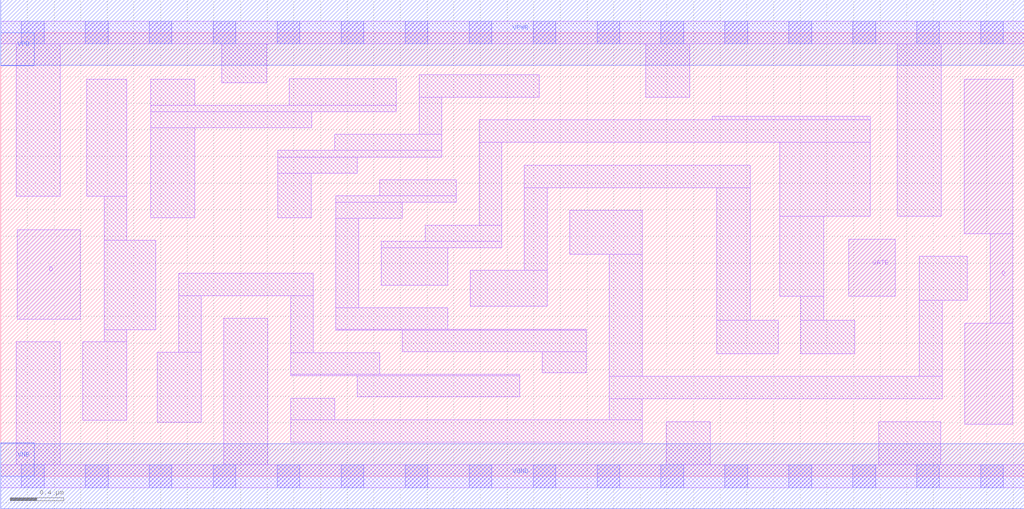
<source format=lef>
# Copyright 2020 The SkyWater PDK Authors
#
# Licensed under the Apache License, Version 2.0 (the "License");
# you may not use this file except in compliance with the License.
# You may obtain a copy of the License at
#
#     https://www.apache.org/licenses/LICENSE-2.0
#
# Unless required by applicable law or agreed to in writing, software
# distributed under the License is distributed on an "AS IS" BASIS,
# WITHOUT WARRANTIES OR CONDITIONS OF ANY KIND, either express or implied.
# See the License for the specific language governing permissions and
# limitations under the License.
#
# SPDX-License-Identifier: Apache-2.0

VERSION 5.5 ;
NAMESCASESENSITIVE ON ;
BUSBITCHARS "[]" ;
DIVIDERCHAR "/" ;
MACRO sky130_fd_sc_ms__dlxtp_1
  CLASS CORE ;
  SOURCE USER ;
  ORIGIN  0.000000  0.000000 ;
  SIZE  7.680000 BY  3.330000 ;
  SYMMETRY X Y ;
  SITE unit ;
  PIN D
    ANTENNAGATEAREA  0.208000 ;
    DIRECTION INPUT ;
    USE SIGNAL ;
    PORT
      LAYER li1 ;
        RECT 0.125000 1.180000 0.595000 1.850000 ;
    END
  END D
  PIN Q
    ANTENNADIFFAREA  0.541300 ;
    DIRECTION OUTPUT ;
    USE SIGNAL ;
    PORT
      LAYER li1 ;
        RECT 7.230000 1.820000 7.595000 2.980000 ;
        RECT 7.235000 0.390000 7.595000 1.150000 ;
        RECT 7.425000 1.150000 7.595000 1.820000 ;
    END
  END Q
  PIN GATE
    ANTENNAGATEAREA  0.237000 ;
    DIRECTION INPUT ;
    USE CLOCK ;
    PORT
      LAYER li1 ;
        RECT 6.365000 1.350000 6.715000 1.780000 ;
    END
  END GATE
  PIN VGND
    DIRECTION INOUT ;
    USE GROUND ;
    PORT
      LAYER met1 ;
        RECT 0.000000 -0.245000 7.680000 0.245000 ;
    END
  END VGND
  PIN VNB
    DIRECTION INOUT ;
    USE GROUND ;
    PORT
    END
  END VNB
  PIN VPB
    DIRECTION INOUT ;
    USE POWER ;
    PORT
    END
  END VPB
  PIN VNB
    DIRECTION INOUT ;
    USE GROUND ;
    PORT
      LAYER met1 ;
        RECT 0.000000 0.000000 0.250000 0.250000 ;
    END
  END VNB
  PIN VPB
    DIRECTION INOUT ;
    USE POWER ;
    PORT
      LAYER met1 ;
        RECT 0.000000 3.080000 0.250000 3.330000 ;
    END
  END VPB
  PIN VPWR
    DIRECTION INOUT ;
    USE POWER ;
    PORT
      LAYER met1 ;
        RECT 0.000000 3.085000 7.680000 3.575000 ;
    END
  END VPWR
  OBS
    LAYER li1 ;
      RECT 0.000000 -0.085000 7.680000 0.085000 ;
      RECT 0.000000  3.245000 7.680000 3.415000 ;
      RECT 0.115000  0.085000 0.445000 1.010000 ;
      RECT 0.115000  2.100000 0.445000 3.245000 ;
      RECT 0.615000  0.420000 0.945000 1.010000 ;
      RECT 0.645000  2.100000 0.945000 2.980000 ;
      RECT 0.775000  1.010000 0.945000 1.100000 ;
      RECT 0.775000  1.100000 1.165000 1.770000 ;
      RECT 0.775000  1.770000 0.945000 2.100000 ;
      RECT 1.125000  1.940000 1.455000 2.615000 ;
      RECT 1.125000  2.615000 2.335000 2.735000 ;
      RECT 1.125000  2.735000 2.970000 2.785000 ;
      RECT 1.125000  2.785000 1.455000 2.980000 ;
      RECT 1.175000  0.405000 1.505000 0.930000 ;
      RECT 1.335000  0.930000 1.505000 1.355000 ;
      RECT 1.335000  1.355000 2.345000 1.525000 ;
      RECT 1.660000  2.955000 1.995000 3.245000 ;
      RECT 1.675000  0.085000 2.005000 1.185000 ;
      RECT 2.080000  1.940000 2.330000 2.275000 ;
      RECT 2.080000  2.275000 2.675000 2.395000 ;
      RECT 2.080000  2.395000 3.310000 2.445000 ;
      RECT 2.165000  2.785000 2.970000 2.985000 ;
      RECT 2.175000  0.255000 4.815000 0.425000 ;
      RECT 2.175000  0.425000 2.505000 0.585000 ;
      RECT 2.175000  0.755000 3.895000 0.765000 ;
      RECT 2.175000  0.765000 2.845000 0.925000 ;
      RECT 2.175000  0.925000 2.345000 1.355000 ;
      RECT 2.505000  2.445000 3.310000 2.565000 ;
      RECT 2.515000  1.095000 4.395000 1.105000 ;
      RECT 2.515000  1.105000 3.355000 1.265000 ;
      RECT 2.515000  1.265000 2.685000 1.935000 ;
      RECT 2.515000  1.935000 3.015000 2.055000 ;
      RECT 2.515000  2.055000 3.420000 2.105000 ;
      RECT 2.675000  0.595000 3.895000 0.755000 ;
      RECT 2.845000  2.105000 3.420000 2.225000 ;
      RECT 2.855000  1.435000 3.355000 1.715000 ;
      RECT 2.855000  1.715000 3.760000 1.765000 ;
      RECT 3.015000  0.935000 4.395000 1.095000 ;
      RECT 3.140000  2.565000 3.310000 2.845000 ;
      RECT 3.140000  2.845000 4.040000 3.015000 ;
      RECT 3.185000  1.765000 3.760000 1.885000 ;
      RECT 3.525000  1.275000 4.100000 1.545000 ;
      RECT 3.590000  1.885000 3.760000 2.505000 ;
      RECT 3.590000  2.505000 6.525000 2.675000 ;
      RECT 3.930000  1.545000 4.100000 2.165000 ;
      RECT 3.930000  2.165000 5.625000 2.335000 ;
      RECT 4.065000  0.775000 4.395000 0.935000 ;
      RECT 4.270000  1.665000 4.815000 1.995000 ;
      RECT 4.565000  0.425000 4.815000 0.580000 ;
      RECT 4.565000  0.580000 7.065000 0.750000 ;
      RECT 4.565000  0.750000 4.815000 1.665000 ;
      RECT 4.840000  2.845000 5.170000 3.245000 ;
      RECT 4.995000  0.085000 5.325000 0.410000 ;
      RECT 5.340000  2.675000 6.525000 2.700000 ;
      RECT 5.375000  0.920000 5.835000 1.170000 ;
      RECT 5.375000  1.170000 5.625000 2.165000 ;
      RECT 5.845000  1.350000 6.175000 1.950000 ;
      RECT 5.845000  1.950000 6.525000 2.505000 ;
      RECT 6.005000  0.920000 6.410000 1.170000 ;
      RECT 6.005000  1.170000 6.175000 1.350000 ;
      RECT 6.590000  0.085000 7.055000 0.410000 ;
      RECT 6.730000  1.950000 7.060000 3.245000 ;
      RECT 6.895000  0.750000 7.065000 1.320000 ;
      RECT 6.895000  1.320000 7.255000 1.650000 ;
    LAYER mcon ;
      RECT 0.155000 -0.085000 0.325000 0.085000 ;
      RECT 0.155000  3.245000 0.325000 3.415000 ;
      RECT 0.635000 -0.085000 0.805000 0.085000 ;
      RECT 0.635000  3.245000 0.805000 3.415000 ;
      RECT 1.115000 -0.085000 1.285000 0.085000 ;
      RECT 1.115000  3.245000 1.285000 3.415000 ;
      RECT 1.595000 -0.085000 1.765000 0.085000 ;
      RECT 1.595000  3.245000 1.765000 3.415000 ;
      RECT 2.075000 -0.085000 2.245000 0.085000 ;
      RECT 2.075000  3.245000 2.245000 3.415000 ;
      RECT 2.555000 -0.085000 2.725000 0.085000 ;
      RECT 2.555000  3.245000 2.725000 3.415000 ;
      RECT 3.035000 -0.085000 3.205000 0.085000 ;
      RECT 3.035000  3.245000 3.205000 3.415000 ;
      RECT 3.515000 -0.085000 3.685000 0.085000 ;
      RECT 3.515000  3.245000 3.685000 3.415000 ;
      RECT 3.995000 -0.085000 4.165000 0.085000 ;
      RECT 3.995000  3.245000 4.165000 3.415000 ;
      RECT 4.475000 -0.085000 4.645000 0.085000 ;
      RECT 4.475000  3.245000 4.645000 3.415000 ;
      RECT 4.955000 -0.085000 5.125000 0.085000 ;
      RECT 4.955000  3.245000 5.125000 3.415000 ;
      RECT 5.435000 -0.085000 5.605000 0.085000 ;
      RECT 5.435000  3.245000 5.605000 3.415000 ;
      RECT 5.915000 -0.085000 6.085000 0.085000 ;
      RECT 5.915000  3.245000 6.085000 3.415000 ;
      RECT 6.395000 -0.085000 6.565000 0.085000 ;
      RECT 6.395000  3.245000 6.565000 3.415000 ;
      RECT 6.875000 -0.085000 7.045000 0.085000 ;
      RECT 6.875000  3.245000 7.045000 3.415000 ;
      RECT 7.355000 -0.085000 7.525000 0.085000 ;
      RECT 7.355000  3.245000 7.525000 3.415000 ;
  END
END sky130_fd_sc_ms__dlxtp_1
END LIBRARY

</source>
